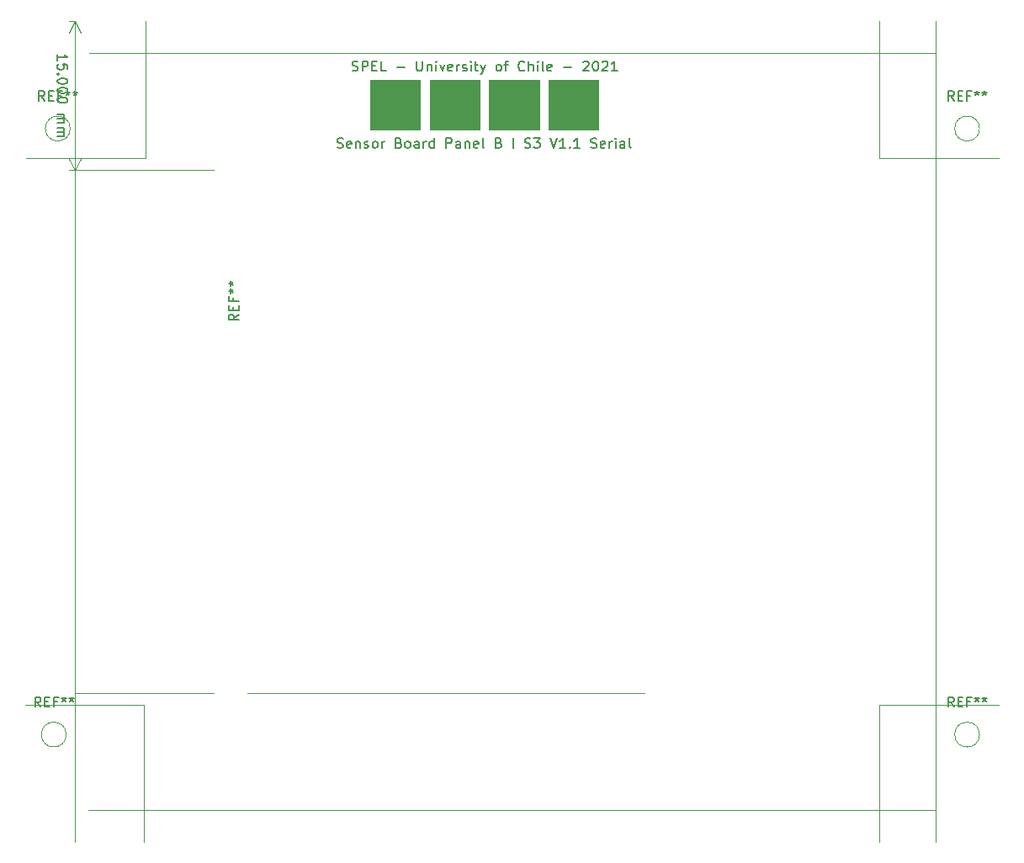
<source format=gbr>
G04 #@! TF.GenerationSoftware,KiCad,Pcbnew,(5.1.2)-2*
G04 #@! TF.CreationDate,2021-11-10T11:58:56-03:00*
G04 #@! TF.ProjectId,MAG_Plus,4d41475f-506c-4757-932e-6b696361645f,rev?*
G04 #@! TF.SameCoordinates,Original*
G04 #@! TF.FileFunction,Legend,Top*
G04 #@! TF.FilePolarity,Positive*
%FSLAX46Y46*%
G04 Gerber Fmt 4.6, Leading zero omitted, Abs format (unit mm)*
G04 Created by KiCad (PCBNEW (5.1.2)-2) date 2021-11-10 11:58:56*
%MOMM*%
%LPD*%
G04 APERTURE LIST*
%ADD10C,0.120000*%
%ADD11C,0.150000*%
%ADD12C,0.100000*%
G04 APERTURE END LIST*
D10*
X170350000Y-103600000D02*
X210350000Y-103600000D01*
X167000000Y-103600000D02*
X153000000Y-103600000D01*
X153000000Y-51000000D02*
X167010000Y-51000000D01*
X167010000Y-51000000D02*
X153000000Y-51000000D01*
D11*
X151277619Y-39928571D02*
X151277619Y-39357142D01*
X151277619Y-39642857D02*
X152277619Y-39642857D01*
X152134761Y-39547619D01*
X152039523Y-39452380D01*
X151991904Y-39357142D01*
X152277619Y-40833333D02*
X152277619Y-40357142D01*
X151801428Y-40309523D01*
X151849047Y-40357142D01*
X151896666Y-40452380D01*
X151896666Y-40690476D01*
X151849047Y-40785714D01*
X151801428Y-40833333D01*
X151706190Y-40880952D01*
X151468095Y-40880952D01*
X151372857Y-40833333D01*
X151325238Y-40785714D01*
X151277619Y-40690476D01*
X151277619Y-40452380D01*
X151325238Y-40357142D01*
X151372857Y-40309523D01*
X151372857Y-41309523D02*
X151325238Y-41357142D01*
X151277619Y-41309523D01*
X151325238Y-41261904D01*
X151372857Y-41309523D01*
X151277619Y-41309523D01*
X152277619Y-41976190D02*
X152277619Y-42071428D01*
X152230000Y-42166666D01*
X152182380Y-42214285D01*
X152087142Y-42261904D01*
X151896666Y-42309523D01*
X151658571Y-42309523D01*
X151468095Y-42261904D01*
X151372857Y-42214285D01*
X151325238Y-42166666D01*
X151277619Y-42071428D01*
X151277619Y-41976190D01*
X151325238Y-41880952D01*
X151372857Y-41833333D01*
X151468095Y-41785714D01*
X151658571Y-41738095D01*
X151896666Y-41738095D01*
X152087142Y-41785714D01*
X152182380Y-41833333D01*
X152230000Y-41880952D01*
X152277619Y-41976190D01*
X152277619Y-42928571D02*
X152277619Y-43023809D01*
X152230000Y-43119047D01*
X152182380Y-43166666D01*
X152087142Y-43214285D01*
X151896666Y-43261904D01*
X151658571Y-43261904D01*
X151468095Y-43214285D01*
X151372857Y-43166666D01*
X151325238Y-43119047D01*
X151277619Y-43023809D01*
X151277619Y-42928571D01*
X151325238Y-42833333D01*
X151372857Y-42785714D01*
X151468095Y-42738095D01*
X151658571Y-42690476D01*
X151896666Y-42690476D01*
X152087142Y-42738095D01*
X152182380Y-42785714D01*
X152230000Y-42833333D01*
X152277619Y-42928571D01*
X152277619Y-43880952D02*
X152277619Y-43976190D01*
X152230000Y-44071428D01*
X152182380Y-44119047D01*
X152087142Y-44166666D01*
X151896666Y-44214285D01*
X151658571Y-44214285D01*
X151468095Y-44166666D01*
X151372857Y-44119047D01*
X151325238Y-44071428D01*
X151277619Y-43976190D01*
X151277619Y-43880952D01*
X151325238Y-43785714D01*
X151372857Y-43738095D01*
X151468095Y-43690476D01*
X151658571Y-43642857D01*
X151896666Y-43642857D01*
X152087142Y-43690476D01*
X152182380Y-43738095D01*
X152230000Y-43785714D01*
X152277619Y-43880952D01*
X151277619Y-45404761D02*
X151944285Y-45404761D01*
X151849047Y-45404761D02*
X151896666Y-45452380D01*
X151944285Y-45547619D01*
X151944285Y-45690476D01*
X151896666Y-45785714D01*
X151801428Y-45833333D01*
X151277619Y-45833333D01*
X151801428Y-45833333D02*
X151896666Y-45880952D01*
X151944285Y-45976190D01*
X151944285Y-46119047D01*
X151896666Y-46214285D01*
X151801428Y-46261904D01*
X151277619Y-46261904D01*
X151277619Y-46738095D02*
X151944285Y-46738095D01*
X151849047Y-46738095D02*
X151896666Y-46785714D01*
X151944285Y-46880952D01*
X151944285Y-47023809D01*
X151896666Y-47119047D01*
X151801428Y-47166666D01*
X151277619Y-47166666D01*
X151801428Y-47166666D02*
X151896666Y-47214285D01*
X151944285Y-47309523D01*
X151944285Y-47452380D01*
X151896666Y-47547619D01*
X151801428Y-47595238D01*
X151277619Y-47595238D01*
D10*
X153000000Y-36000000D02*
X153000000Y-51000000D01*
X153000000Y-36000000D02*
X152413579Y-36000000D01*
X153000000Y-51000000D02*
X152413579Y-51000000D01*
X153000000Y-51000000D02*
X152413579Y-49873496D01*
X153000000Y-51000000D02*
X153586421Y-49873496D01*
X153000000Y-36000000D02*
X152413579Y-37126504D01*
X153000000Y-36000000D02*
X153586421Y-37126504D01*
X153000000Y-118600000D02*
X153000000Y-36000000D01*
D12*
G36*
X205720000Y-46910000D02*
G01*
X200720000Y-46910000D01*
X200720000Y-41910000D01*
X205720000Y-41910000D01*
X205720000Y-46910000D01*
G37*
X205720000Y-46910000D02*
X200720000Y-46910000D01*
X200720000Y-41910000D01*
X205720000Y-41910000D01*
X205720000Y-46910000D01*
G36*
X199720000Y-46910000D02*
G01*
X194720000Y-46910000D01*
X194720000Y-41910000D01*
X199720000Y-41910000D01*
X199720000Y-46910000D01*
G37*
X199720000Y-46910000D02*
X194720000Y-46910000D01*
X194720000Y-41910000D01*
X199720000Y-41910000D01*
X199720000Y-46910000D01*
G36*
X193720000Y-46910000D02*
G01*
X188720000Y-46910000D01*
X188720000Y-41910000D01*
X193720000Y-41910000D01*
X193720000Y-46910000D01*
G37*
X193720000Y-46910000D02*
X188720000Y-46910000D01*
X188720000Y-41910000D01*
X193720000Y-41910000D01*
X193720000Y-46910000D01*
G36*
X187720000Y-46910000D02*
G01*
X182720000Y-46910000D01*
X182720000Y-41910000D01*
X187720000Y-41910000D01*
X187720000Y-46910000D01*
G37*
X187720000Y-46910000D02*
X182720000Y-46910000D01*
X182720000Y-41910000D01*
X187720000Y-41910000D01*
X187720000Y-46910000D01*
D11*
X180936666Y-40964761D02*
X181079523Y-41012380D01*
X181317619Y-41012380D01*
X181412857Y-40964761D01*
X181460476Y-40917142D01*
X181508095Y-40821904D01*
X181508095Y-40726666D01*
X181460476Y-40631428D01*
X181412857Y-40583809D01*
X181317619Y-40536190D01*
X181127142Y-40488571D01*
X181031904Y-40440952D01*
X180984285Y-40393333D01*
X180936666Y-40298095D01*
X180936666Y-40202857D01*
X180984285Y-40107619D01*
X181031904Y-40060000D01*
X181127142Y-40012380D01*
X181365238Y-40012380D01*
X181508095Y-40060000D01*
X181936666Y-41012380D02*
X181936666Y-40012380D01*
X182317619Y-40012380D01*
X182412857Y-40060000D01*
X182460476Y-40107619D01*
X182508095Y-40202857D01*
X182508095Y-40345714D01*
X182460476Y-40440952D01*
X182412857Y-40488571D01*
X182317619Y-40536190D01*
X181936666Y-40536190D01*
X182936666Y-40488571D02*
X183270000Y-40488571D01*
X183412857Y-41012380D02*
X182936666Y-41012380D01*
X182936666Y-40012380D01*
X183412857Y-40012380D01*
X184317619Y-41012380D02*
X183841428Y-41012380D01*
X183841428Y-40012380D01*
X185412857Y-40631428D02*
X186174761Y-40631428D01*
X187412857Y-40012380D02*
X187412857Y-40821904D01*
X187460476Y-40917142D01*
X187508095Y-40964761D01*
X187603333Y-41012380D01*
X187793809Y-41012380D01*
X187889047Y-40964761D01*
X187936666Y-40917142D01*
X187984285Y-40821904D01*
X187984285Y-40012380D01*
X188460476Y-40345714D02*
X188460476Y-41012380D01*
X188460476Y-40440952D02*
X188508095Y-40393333D01*
X188603333Y-40345714D01*
X188746190Y-40345714D01*
X188841428Y-40393333D01*
X188889047Y-40488571D01*
X188889047Y-41012380D01*
X189365238Y-41012380D02*
X189365238Y-40345714D01*
X189365238Y-40012380D02*
X189317619Y-40060000D01*
X189365238Y-40107619D01*
X189412857Y-40060000D01*
X189365238Y-40012380D01*
X189365238Y-40107619D01*
X189746190Y-40345714D02*
X189984285Y-41012380D01*
X190222380Y-40345714D01*
X190984285Y-40964761D02*
X190889047Y-41012380D01*
X190698571Y-41012380D01*
X190603333Y-40964761D01*
X190555714Y-40869523D01*
X190555714Y-40488571D01*
X190603333Y-40393333D01*
X190698571Y-40345714D01*
X190889047Y-40345714D01*
X190984285Y-40393333D01*
X191031904Y-40488571D01*
X191031904Y-40583809D01*
X190555714Y-40679047D01*
X191460476Y-41012380D02*
X191460476Y-40345714D01*
X191460476Y-40536190D02*
X191508095Y-40440952D01*
X191555714Y-40393333D01*
X191650952Y-40345714D01*
X191746190Y-40345714D01*
X192031904Y-40964761D02*
X192127142Y-41012380D01*
X192317619Y-41012380D01*
X192412857Y-40964761D01*
X192460476Y-40869523D01*
X192460476Y-40821904D01*
X192412857Y-40726666D01*
X192317619Y-40679047D01*
X192174761Y-40679047D01*
X192079523Y-40631428D01*
X192031904Y-40536190D01*
X192031904Y-40488571D01*
X192079523Y-40393333D01*
X192174761Y-40345714D01*
X192317619Y-40345714D01*
X192412857Y-40393333D01*
X192889047Y-41012380D02*
X192889047Y-40345714D01*
X192889047Y-40012380D02*
X192841428Y-40060000D01*
X192889047Y-40107619D01*
X192936666Y-40060000D01*
X192889047Y-40012380D01*
X192889047Y-40107619D01*
X193222380Y-40345714D02*
X193603333Y-40345714D01*
X193365238Y-40012380D02*
X193365238Y-40869523D01*
X193412857Y-40964761D01*
X193508095Y-41012380D01*
X193603333Y-41012380D01*
X193841428Y-40345714D02*
X194079523Y-41012380D01*
X194317619Y-40345714D02*
X194079523Y-41012380D01*
X193984285Y-41250476D01*
X193936666Y-41298095D01*
X193841428Y-41345714D01*
X195603333Y-41012380D02*
X195508095Y-40964761D01*
X195460476Y-40917142D01*
X195412857Y-40821904D01*
X195412857Y-40536190D01*
X195460476Y-40440952D01*
X195508095Y-40393333D01*
X195603333Y-40345714D01*
X195746190Y-40345714D01*
X195841428Y-40393333D01*
X195889047Y-40440952D01*
X195936666Y-40536190D01*
X195936666Y-40821904D01*
X195889047Y-40917142D01*
X195841428Y-40964761D01*
X195746190Y-41012380D01*
X195603333Y-41012380D01*
X196222380Y-40345714D02*
X196603333Y-40345714D01*
X196365238Y-41012380D02*
X196365238Y-40155238D01*
X196412857Y-40060000D01*
X196508095Y-40012380D01*
X196603333Y-40012380D01*
X198270000Y-40917142D02*
X198222380Y-40964761D01*
X198079523Y-41012380D01*
X197984285Y-41012380D01*
X197841428Y-40964761D01*
X197746190Y-40869523D01*
X197698571Y-40774285D01*
X197650952Y-40583809D01*
X197650952Y-40440952D01*
X197698571Y-40250476D01*
X197746190Y-40155238D01*
X197841428Y-40060000D01*
X197984285Y-40012380D01*
X198079523Y-40012380D01*
X198222380Y-40060000D01*
X198270000Y-40107619D01*
X198698571Y-41012380D02*
X198698571Y-40012380D01*
X199127142Y-41012380D02*
X199127142Y-40488571D01*
X199079523Y-40393333D01*
X198984285Y-40345714D01*
X198841428Y-40345714D01*
X198746190Y-40393333D01*
X198698571Y-40440952D01*
X199603333Y-41012380D02*
X199603333Y-40345714D01*
X199603333Y-40012380D02*
X199555714Y-40060000D01*
X199603333Y-40107619D01*
X199650952Y-40060000D01*
X199603333Y-40012380D01*
X199603333Y-40107619D01*
X200222380Y-41012380D02*
X200127142Y-40964761D01*
X200079523Y-40869523D01*
X200079523Y-40012380D01*
X200984285Y-40964761D02*
X200889047Y-41012380D01*
X200698571Y-41012380D01*
X200603333Y-40964761D01*
X200555714Y-40869523D01*
X200555714Y-40488571D01*
X200603333Y-40393333D01*
X200698571Y-40345714D01*
X200889047Y-40345714D01*
X200984285Y-40393333D01*
X201031904Y-40488571D01*
X201031904Y-40583809D01*
X200555714Y-40679047D01*
X202222380Y-40631428D02*
X202984285Y-40631428D01*
X204174761Y-40107619D02*
X204222380Y-40060000D01*
X204317619Y-40012380D01*
X204555714Y-40012380D01*
X204650952Y-40060000D01*
X204698571Y-40107619D01*
X204746190Y-40202857D01*
X204746190Y-40298095D01*
X204698571Y-40440952D01*
X204127142Y-41012380D01*
X204746190Y-41012380D01*
X205365238Y-40012380D02*
X205460476Y-40012380D01*
X205555714Y-40060000D01*
X205603333Y-40107619D01*
X205650952Y-40202857D01*
X205698571Y-40393333D01*
X205698571Y-40631428D01*
X205650952Y-40821904D01*
X205603333Y-40917142D01*
X205555714Y-40964761D01*
X205460476Y-41012380D01*
X205365238Y-41012380D01*
X205270000Y-40964761D01*
X205222380Y-40917142D01*
X205174761Y-40821904D01*
X205127142Y-40631428D01*
X205127142Y-40393333D01*
X205174761Y-40202857D01*
X205222380Y-40107619D01*
X205270000Y-40060000D01*
X205365238Y-40012380D01*
X206079523Y-40107619D02*
X206127142Y-40060000D01*
X206222380Y-40012380D01*
X206460476Y-40012380D01*
X206555714Y-40060000D01*
X206603333Y-40107619D01*
X206650952Y-40202857D01*
X206650952Y-40298095D01*
X206603333Y-40440952D01*
X206031904Y-41012380D01*
X206650952Y-41012380D01*
X207603333Y-41012380D02*
X207031904Y-41012380D01*
X207317619Y-41012380D02*
X207317619Y-40012380D01*
X207222380Y-40155238D01*
X207127142Y-40250476D01*
X207031904Y-40298095D01*
X179431904Y-48714761D02*
X179574761Y-48762380D01*
X179812857Y-48762380D01*
X179908095Y-48714761D01*
X179955714Y-48667142D01*
X180003333Y-48571904D01*
X180003333Y-48476666D01*
X179955714Y-48381428D01*
X179908095Y-48333809D01*
X179812857Y-48286190D01*
X179622380Y-48238571D01*
X179527142Y-48190952D01*
X179479523Y-48143333D01*
X179431904Y-48048095D01*
X179431904Y-47952857D01*
X179479523Y-47857619D01*
X179527142Y-47810000D01*
X179622380Y-47762380D01*
X179860476Y-47762380D01*
X180003333Y-47810000D01*
X180812857Y-48714761D02*
X180717619Y-48762380D01*
X180527142Y-48762380D01*
X180431904Y-48714761D01*
X180384285Y-48619523D01*
X180384285Y-48238571D01*
X180431904Y-48143333D01*
X180527142Y-48095714D01*
X180717619Y-48095714D01*
X180812857Y-48143333D01*
X180860476Y-48238571D01*
X180860476Y-48333809D01*
X180384285Y-48429047D01*
X181289047Y-48095714D02*
X181289047Y-48762380D01*
X181289047Y-48190952D02*
X181336666Y-48143333D01*
X181431904Y-48095714D01*
X181574761Y-48095714D01*
X181670000Y-48143333D01*
X181717619Y-48238571D01*
X181717619Y-48762380D01*
X182146190Y-48714761D02*
X182241428Y-48762380D01*
X182431904Y-48762380D01*
X182527142Y-48714761D01*
X182574761Y-48619523D01*
X182574761Y-48571904D01*
X182527142Y-48476666D01*
X182431904Y-48429047D01*
X182289047Y-48429047D01*
X182193809Y-48381428D01*
X182146190Y-48286190D01*
X182146190Y-48238571D01*
X182193809Y-48143333D01*
X182289047Y-48095714D01*
X182431904Y-48095714D01*
X182527142Y-48143333D01*
X183146190Y-48762380D02*
X183050952Y-48714761D01*
X183003333Y-48667142D01*
X182955714Y-48571904D01*
X182955714Y-48286190D01*
X183003333Y-48190952D01*
X183050952Y-48143333D01*
X183146190Y-48095714D01*
X183289047Y-48095714D01*
X183384285Y-48143333D01*
X183431904Y-48190952D01*
X183479523Y-48286190D01*
X183479523Y-48571904D01*
X183431904Y-48667142D01*
X183384285Y-48714761D01*
X183289047Y-48762380D01*
X183146190Y-48762380D01*
X183908095Y-48762380D02*
X183908095Y-48095714D01*
X183908095Y-48286190D02*
X183955714Y-48190952D01*
X184003333Y-48143333D01*
X184098571Y-48095714D01*
X184193809Y-48095714D01*
X185622380Y-48238571D02*
X185765238Y-48286190D01*
X185812857Y-48333809D01*
X185860476Y-48429047D01*
X185860476Y-48571904D01*
X185812857Y-48667142D01*
X185765238Y-48714761D01*
X185670000Y-48762380D01*
X185289047Y-48762380D01*
X185289047Y-47762380D01*
X185622380Y-47762380D01*
X185717619Y-47810000D01*
X185765238Y-47857619D01*
X185812857Y-47952857D01*
X185812857Y-48048095D01*
X185765238Y-48143333D01*
X185717619Y-48190952D01*
X185622380Y-48238571D01*
X185289047Y-48238571D01*
X186431904Y-48762380D02*
X186336666Y-48714761D01*
X186289047Y-48667142D01*
X186241428Y-48571904D01*
X186241428Y-48286190D01*
X186289047Y-48190952D01*
X186336666Y-48143333D01*
X186431904Y-48095714D01*
X186574761Y-48095714D01*
X186670000Y-48143333D01*
X186717619Y-48190952D01*
X186765238Y-48286190D01*
X186765238Y-48571904D01*
X186717619Y-48667142D01*
X186670000Y-48714761D01*
X186574761Y-48762380D01*
X186431904Y-48762380D01*
X187622380Y-48762380D02*
X187622380Y-48238571D01*
X187574761Y-48143333D01*
X187479523Y-48095714D01*
X187289047Y-48095714D01*
X187193809Y-48143333D01*
X187622380Y-48714761D02*
X187527142Y-48762380D01*
X187289047Y-48762380D01*
X187193809Y-48714761D01*
X187146190Y-48619523D01*
X187146190Y-48524285D01*
X187193809Y-48429047D01*
X187289047Y-48381428D01*
X187527142Y-48381428D01*
X187622380Y-48333809D01*
X188098571Y-48762380D02*
X188098571Y-48095714D01*
X188098571Y-48286190D02*
X188146190Y-48190952D01*
X188193809Y-48143333D01*
X188289047Y-48095714D01*
X188384285Y-48095714D01*
X189146190Y-48762380D02*
X189146190Y-47762380D01*
X189146190Y-48714761D02*
X189050952Y-48762380D01*
X188860476Y-48762380D01*
X188765238Y-48714761D01*
X188717619Y-48667142D01*
X188670000Y-48571904D01*
X188670000Y-48286190D01*
X188717619Y-48190952D01*
X188765238Y-48143333D01*
X188860476Y-48095714D01*
X189050952Y-48095714D01*
X189146190Y-48143333D01*
X190384285Y-48762380D02*
X190384285Y-47762380D01*
X190765238Y-47762380D01*
X190860476Y-47810000D01*
X190908095Y-47857619D01*
X190955714Y-47952857D01*
X190955714Y-48095714D01*
X190908095Y-48190952D01*
X190860476Y-48238571D01*
X190765238Y-48286190D01*
X190384285Y-48286190D01*
X191812857Y-48762380D02*
X191812857Y-48238571D01*
X191765238Y-48143333D01*
X191670000Y-48095714D01*
X191479523Y-48095714D01*
X191384285Y-48143333D01*
X191812857Y-48714761D02*
X191717619Y-48762380D01*
X191479523Y-48762380D01*
X191384285Y-48714761D01*
X191336666Y-48619523D01*
X191336666Y-48524285D01*
X191384285Y-48429047D01*
X191479523Y-48381428D01*
X191717619Y-48381428D01*
X191812857Y-48333809D01*
X192289047Y-48095714D02*
X192289047Y-48762380D01*
X192289047Y-48190952D02*
X192336666Y-48143333D01*
X192431904Y-48095714D01*
X192574761Y-48095714D01*
X192670000Y-48143333D01*
X192717619Y-48238571D01*
X192717619Y-48762380D01*
X193574761Y-48714761D02*
X193479523Y-48762380D01*
X193289047Y-48762380D01*
X193193809Y-48714761D01*
X193146190Y-48619523D01*
X193146190Y-48238571D01*
X193193809Y-48143333D01*
X193289047Y-48095714D01*
X193479523Y-48095714D01*
X193574761Y-48143333D01*
X193622380Y-48238571D01*
X193622380Y-48333809D01*
X193146190Y-48429047D01*
X194193809Y-48762380D02*
X194098571Y-48714761D01*
X194050952Y-48619523D01*
X194050952Y-47762380D01*
X195670000Y-48238571D02*
X195812857Y-48286190D01*
X195860476Y-48333809D01*
X195908095Y-48429047D01*
X195908095Y-48571904D01*
X195860476Y-48667142D01*
X195812857Y-48714761D01*
X195717619Y-48762380D01*
X195336666Y-48762380D01*
X195336666Y-47762380D01*
X195670000Y-47762380D01*
X195765238Y-47810000D01*
X195812857Y-47857619D01*
X195860476Y-47952857D01*
X195860476Y-48048095D01*
X195812857Y-48143333D01*
X195765238Y-48190952D01*
X195670000Y-48238571D01*
X195336666Y-48238571D01*
X197098571Y-48762380D02*
X197098571Y-47762380D01*
X198289047Y-48714761D02*
X198431904Y-48762380D01*
X198670000Y-48762380D01*
X198765238Y-48714761D01*
X198812857Y-48667142D01*
X198860476Y-48571904D01*
X198860476Y-48476666D01*
X198812857Y-48381428D01*
X198765238Y-48333809D01*
X198670000Y-48286190D01*
X198479523Y-48238571D01*
X198384285Y-48190952D01*
X198336666Y-48143333D01*
X198289047Y-48048095D01*
X198289047Y-47952857D01*
X198336666Y-47857619D01*
X198384285Y-47810000D01*
X198479523Y-47762380D01*
X198717619Y-47762380D01*
X198860476Y-47810000D01*
X199193809Y-47762380D02*
X199812857Y-47762380D01*
X199479523Y-48143333D01*
X199622380Y-48143333D01*
X199717619Y-48190952D01*
X199765238Y-48238571D01*
X199812857Y-48333809D01*
X199812857Y-48571904D01*
X199765238Y-48667142D01*
X199717619Y-48714761D01*
X199622380Y-48762380D01*
X199336666Y-48762380D01*
X199241428Y-48714761D01*
X199193809Y-48667142D01*
X200860476Y-47762380D02*
X201193809Y-48762380D01*
X201527142Y-47762380D01*
X202384285Y-48762380D02*
X201812857Y-48762380D01*
X202098571Y-48762380D02*
X202098571Y-47762380D01*
X202003333Y-47905238D01*
X201908095Y-48000476D01*
X201812857Y-48048095D01*
X202812857Y-48667142D02*
X202860476Y-48714761D01*
X202812857Y-48762380D01*
X202765238Y-48714761D01*
X202812857Y-48667142D01*
X202812857Y-48762380D01*
X203812857Y-48762380D02*
X203241428Y-48762380D01*
X203527142Y-48762380D02*
X203527142Y-47762380D01*
X203431904Y-47905238D01*
X203336666Y-48000476D01*
X203241428Y-48048095D01*
X204955714Y-48714761D02*
X205098571Y-48762380D01*
X205336666Y-48762380D01*
X205431904Y-48714761D01*
X205479523Y-48667142D01*
X205527142Y-48571904D01*
X205527142Y-48476666D01*
X205479523Y-48381428D01*
X205431904Y-48333809D01*
X205336666Y-48286190D01*
X205146190Y-48238571D01*
X205050952Y-48190952D01*
X205003333Y-48143333D01*
X204955714Y-48048095D01*
X204955714Y-47952857D01*
X205003333Y-47857619D01*
X205050952Y-47810000D01*
X205146190Y-47762380D01*
X205384285Y-47762380D01*
X205527142Y-47810000D01*
X206336666Y-48714761D02*
X206241428Y-48762380D01*
X206050952Y-48762380D01*
X205955714Y-48714761D01*
X205908095Y-48619523D01*
X205908095Y-48238571D01*
X205955714Y-48143333D01*
X206050952Y-48095714D01*
X206241428Y-48095714D01*
X206336666Y-48143333D01*
X206384285Y-48238571D01*
X206384285Y-48333809D01*
X205908095Y-48429047D01*
X206812857Y-48762380D02*
X206812857Y-48095714D01*
X206812857Y-48286190D02*
X206860476Y-48190952D01*
X206908095Y-48143333D01*
X207003333Y-48095714D01*
X207098571Y-48095714D01*
X207431904Y-48762380D02*
X207431904Y-48095714D01*
X207431904Y-47762380D02*
X207384285Y-47810000D01*
X207431904Y-47857619D01*
X207479523Y-47810000D01*
X207431904Y-47762380D01*
X207431904Y-47857619D01*
X208336666Y-48762380D02*
X208336666Y-48238571D01*
X208289047Y-48143333D01*
X208193809Y-48095714D01*
X208003333Y-48095714D01*
X207908095Y-48143333D01*
X208336666Y-48714761D02*
X208241428Y-48762380D01*
X208003333Y-48762380D01*
X207908095Y-48714761D01*
X207860476Y-48619523D01*
X207860476Y-48524285D01*
X207908095Y-48429047D01*
X208003333Y-48381428D01*
X208241428Y-48381428D01*
X208336666Y-48333809D01*
X208955714Y-48762380D02*
X208860476Y-48714761D01*
X208812857Y-48619523D01*
X208812857Y-47762380D01*
D10*
X160000000Y-118600000D02*
X160000000Y-104800000D01*
X154400000Y-115400000D02*
X239600000Y-115400000D01*
X234000000Y-104800000D02*
X234000000Y-118600000D01*
X246000000Y-104800000D02*
X234000000Y-104800000D01*
X234000000Y-49800000D02*
X246000000Y-49800000D01*
X234000000Y-36000000D02*
X234000000Y-49800000D01*
X148100000Y-49800000D02*
X160100000Y-49800000D01*
X148000000Y-104800000D02*
X160000000Y-104800000D01*
X246000000Y-104800000D02*
X234000000Y-104800000D01*
X246000000Y-49800000D02*
X234000000Y-49800000D01*
X160100000Y-36000000D02*
X160100000Y-49800000D01*
X234000000Y-104800000D02*
X234000000Y-118600000D01*
X239600000Y-39200000D02*
X154500000Y-39200000D01*
X239600000Y-36000000D02*
X239600000Y-118600000D01*
X244050000Y-107800000D02*
G75*
G03X244050000Y-107800000I-1250000J0D01*
G01*
X244050000Y-46800000D02*
G75*
G03X244050000Y-46800000I-1250000J0D01*
G01*
X152550000Y-46800000D02*
G75*
G03X152550000Y-46800000I-1250000J0D01*
G01*
X152150000Y-107800000D02*
G75*
G03X152150000Y-107800000I-1250000J0D01*
G01*
D11*
X169502380Y-65493333D02*
X169026190Y-65826666D01*
X169502380Y-66064761D02*
X168502380Y-66064761D01*
X168502380Y-65683809D01*
X168550000Y-65588571D01*
X168597619Y-65540952D01*
X168692857Y-65493333D01*
X168835714Y-65493333D01*
X168930952Y-65540952D01*
X168978571Y-65588571D01*
X169026190Y-65683809D01*
X169026190Y-66064761D01*
X168978571Y-65064761D02*
X168978571Y-64731428D01*
X169502380Y-64588571D02*
X169502380Y-65064761D01*
X168502380Y-65064761D01*
X168502380Y-64588571D01*
X168978571Y-63826666D02*
X168978571Y-64160000D01*
X169502380Y-64160000D02*
X168502380Y-64160000D01*
X168502380Y-63683809D01*
X168502380Y-63160000D02*
X168740476Y-63160000D01*
X168645238Y-63398095D02*
X168740476Y-63160000D01*
X168645238Y-62921904D01*
X168930952Y-63302857D02*
X168740476Y-63160000D01*
X168930952Y-63017142D01*
X168502380Y-62398095D02*
X168740476Y-62398095D01*
X168645238Y-62636190D02*
X168740476Y-62398095D01*
X168645238Y-62160000D01*
X168930952Y-62540952D02*
X168740476Y-62398095D01*
X168930952Y-62255238D01*
X241466666Y-105012380D02*
X241133333Y-104536190D01*
X240895238Y-105012380D02*
X240895238Y-104012380D01*
X241276190Y-104012380D01*
X241371428Y-104060000D01*
X241419047Y-104107619D01*
X241466666Y-104202857D01*
X241466666Y-104345714D01*
X241419047Y-104440952D01*
X241371428Y-104488571D01*
X241276190Y-104536190D01*
X240895238Y-104536190D01*
X241895238Y-104488571D02*
X242228571Y-104488571D01*
X242371428Y-105012380D02*
X241895238Y-105012380D01*
X241895238Y-104012380D01*
X242371428Y-104012380D01*
X243133333Y-104488571D02*
X242800000Y-104488571D01*
X242800000Y-105012380D02*
X242800000Y-104012380D01*
X243276190Y-104012380D01*
X243800000Y-104012380D02*
X243800000Y-104250476D01*
X243561904Y-104155238D02*
X243800000Y-104250476D01*
X244038095Y-104155238D01*
X243657142Y-104440952D02*
X243800000Y-104250476D01*
X243942857Y-104440952D01*
X244561904Y-104012380D02*
X244561904Y-104250476D01*
X244323809Y-104155238D02*
X244561904Y-104250476D01*
X244800000Y-104155238D01*
X244419047Y-104440952D02*
X244561904Y-104250476D01*
X244704761Y-104440952D01*
X241466666Y-44012380D02*
X241133333Y-43536190D01*
X240895238Y-44012380D02*
X240895238Y-43012380D01*
X241276190Y-43012380D01*
X241371428Y-43060000D01*
X241419047Y-43107619D01*
X241466666Y-43202857D01*
X241466666Y-43345714D01*
X241419047Y-43440952D01*
X241371428Y-43488571D01*
X241276190Y-43536190D01*
X240895238Y-43536190D01*
X241895238Y-43488571D02*
X242228571Y-43488571D01*
X242371428Y-44012380D02*
X241895238Y-44012380D01*
X241895238Y-43012380D01*
X242371428Y-43012380D01*
X243133333Y-43488571D02*
X242800000Y-43488571D01*
X242800000Y-44012380D02*
X242800000Y-43012380D01*
X243276190Y-43012380D01*
X243800000Y-43012380D02*
X243800000Y-43250476D01*
X243561904Y-43155238D02*
X243800000Y-43250476D01*
X244038095Y-43155238D01*
X243657142Y-43440952D02*
X243800000Y-43250476D01*
X243942857Y-43440952D01*
X244561904Y-43012380D02*
X244561904Y-43250476D01*
X244323809Y-43155238D02*
X244561904Y-43250476D01*
X244800000Y-43155238D01*
X244419047Y-43440952D02*
X244561904Y-43250476D01*
X244704761Y-43440952D01*
X149966666Y-44002380D02*
X149633333Y-43526190D01*
X149395238Y-44002380D02*
X149395238Y-43002380D01*
X149776190Y-43002380D01*
X149871428Y-43050000D01*
X149919047Y-43097619D01*
X149966666Y-43192857D01*
X149966666Y-43335714D01*
X149919047Y-43430952D01*
X149871428Y-43478571D01*
X149776190Y-43526190D01*
X149395238Y-43526190D01*
X150395238Y-43478571D02*
X150728571Y-43478571D01*
X150871428Y-44002380D02*
X150395238Y-44002380D01*
X150395238Y-43002380D01*
X150871428Y-43002380D01*
X151633333Y-43478571D02*
X151300000Y-43478571D01*
X151300000Y-44002380D02*
X151300000Y-43002380D01*
X151776190Y-43002380D01*
X152300000Y-43002380D02*
X152300000Y-43240476D01*
X152061904Y-43145238D02*
X152300000Y-43240476D01*
X152538095Y-43145238D01*
X152157142Y-43430952D02*
X152300000Y-43240476D01*
X152442857Y-43430952D01*
X153061904Y-43002380D02*
X153061904Y-43240476D01*
X152823809Y-43145238D02*
X153061904Y-43240476D01*
X153300000Y-43145238D01*
X152919047Y-43430952D02*
X153061904Y-43240476D01*
X153204761Y-43430952D01*
X149576666Y-105022380D02*
X149243333Y-104546190D01*
X149005238Y-105022380D02*
X149005238Y-104022380D01*
X149386190Y-104022380D01*
X149481428Y-104070000D01*
X149529047Y-104117619D01*
X149576666Y-104212857D01*
X149576666Y-104355714D01*
X149529047Y-104450952D01*
X149481428Y-104498571D01*
X149386190Y-104546190D01*
X149005238Y-104546190D01*
X150005238Y-104498571D02*
X150338571Y-104498571D01*
X150481428Y-105022380D02*
X150005238Y-105022380D01*
X150005238Y-104022380D01*
X150481428Y-104022380D01*
X151243333Y-104498571D02*
X150910000Y-104498571D01*
X150910000Y-105022380D02*
X150910000Y-104022380D01*
X151386190Y-104022380D01*
X151910000Y-104022380D02*
X151910000Y-104260476D01*
X151671904Y-104165238D02*
X151910000Y-104260476D01*
X152148095Y-104165238D01*
X151767142Y-104450952D02*
X151910000Y-104260476D01*
X152052857Y-104450952D01*
X152671904Y-104022380D02*
X152671904Y-104260476D01*
X152433809Y-104165238D02*
X152671904Y-104260476D01*
X152910000Y-104165238D01*
X152529047Y-104450952D02*
X152671904Y-104260476D01*
X152814761Y-104450952D01*
M02*

</source>
